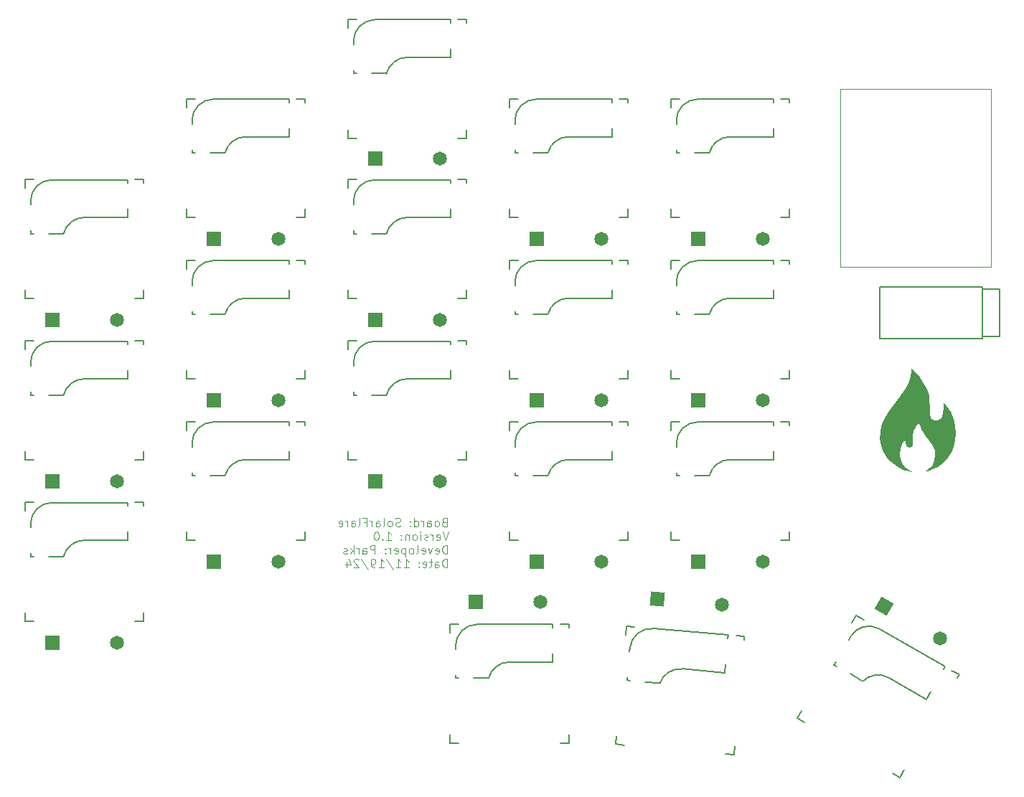
<source format=gbr>
%TF.GenerationSoftware,KiCad,Pcbnew,8.0.6*%
%TF.CreationDate,2024-11-18T16:16:28-05:00*%
%TF.ProjectId,SolarFlarePCB,536f6c61-7246-46c6-9172-655043422e6b,rev?*%
%TF.SameCoordinates,Original*%
%TF.FileFunction,Legend,Bot*%
%TF.FilePolarity,Positive*%
%FSLAX46Y46*%
G04 Gerber Fmt 4.6, Leading zero omitted, Abs format (unit mm)*
G04 Created by KiCad (PCBNEW 8.0.6) date 2024-11-18 16:16:28*
%MOMM*%
%LPD*%
G01*
G04 APERTURE LIST*
G04 Aperture macros list*
%AMRotRect*
0 Rectangle, with rotation*
0 The origin of the aperture is its center*
0 $1 length*
0 $2 width*
0 $3 Rotation angle, in degrees counterclockwise*
0 Add horizontal line*
21,1,$1,$2,0,0,$3*%
G04 Aperture macros list end*
%ADD10C,0.100000*%
%ADD11C,0.150000*%
%ADD12C,0.120000*%
%ADD13C,0.000000*%
%ADD14C,1.651000*%
%ADD15R,1.651000X1.651000*%
%ADD16RotRect,1.651000X1.651000X175.000000*%
%ADD17RotRect,1.651000X1.651000X150.000000*%
G04 APERTURE END LIST*
D10*
X80562782Y-90568777D02*
X80419925Y-90616396D01*
X80419925Y-90616396D02*
X80372306Y-90664015D01*
X80372306Y-90664015D02*
X80324687Y-90759253D01*
X80324687Y-90759253D02*
X80324687Y-90902110D01*
X80324687Y-90902110D02*
X80372306Y-90997348D01*
X80372306Y-90997348D02*
X80419925Y-91044968D01*
X80419925Y-91044968D02*
X80515163Y-91092587D01*
X80515163Y-91092587D02*
X80896115Y-91092587D01*
X80896115Y-91092587D02*
X80896115Y-90092587D01*
X80896115Y-90092587D02*
X80562782Y-90092587D01*
X80562782Y-90092587D02*
X80467544Y-90140206D01*
X80467544Y-90140206D02*
X80419925Y-90187825D01*
X80419925Y-90187825D02*
X80372306Y-90283063D01*
X80372306Y-90283063D02*
X80372306Y-90378301D01*
X80372306Y-90378301D02*
X80419925Y-90473539D01*
X80419925Y-90473539D02*
X80467544Y-90521158D01*
X80467544Y-90521158D02*
X80562782Y-90568777D01*
X80562782Y-90568777D02*
X80896115Y-90568777D01*
X79753258Y-91092587D02*
X79848496Y-91044968D01*
X79848496Y-91044968D02*
X79896115Y-90997348D01*
X79896115Y-90997348D02*
X79943734Y-90902110D01*
X79943734Y-90902110D02*
X79943734Y-90616396D01*
X79943734Y-90616396D02*
X79896115Y-90521158D01*
X79896115Y-90521158D02*
X79848496Y-90473539D01*
X79848496Y-90473539D02*
X79753258Y-90425920D01*
X79753258Y-90425920D02*
X79610401Y-90425920D01*
X79610401Y-90425920D02*
X79515163Y-90473539D01*
X79515163Y-90473539D02*
X79467544Y-90521158D01*
X79467544Y-90521158D02*
X79419925Y-90616396D01*
X79419925Y-90616396D02*
X79419925Y-90902110D01*
X79419925Y-90902110D02*
X79467544Y-90997348D01*
X79467544Y-90997348D02*
X79515163Y-91044968D01*
X79515163Y-91044968D02*
X79610401Y-91092587D01*
X79610401Y-91092587D02*
X79753258Y-91092587D01*
X78562782Y-91092587D02*
X78562782Y-90568777D01*
X78562782Y-90568777D02*
X78610401Y-90473539D01*
X78610401Y-90473539D02*
X78705639Y-90425920D01*
X78705639Y-90425920D02*
X78896115Y-90425920D01*
X78896115Y-90425920D02*
X78991353Y-90473539D01*
X78562782Y-91044968D02*
X78658020Y-91092587D01*
X78658020Y-91092587D02*
X78896115Y-91092587D01*
X78896115Y-91092587D02*
X78991353Y-91044968D01*
X78991353Y-91044968D02*
X79038972Y-90949729D01*
X79038972Y-90949729D02*
X79038972Y-90854491D01*
X79038972Y-90854491D02*
X78991353Y-90759253D01*
X78991353Y-90759253D02*
X78896115Y-90711634D01*
X78896115Y-90711634D02*
X78658020Y-90711634D01*
X78658020Y-90711634D02*
X78562782Y-90664015D01*
X78086591Y-91092587D02*
X78086591Y-90425920D01*
X78086591Y-90616396D02*
X78038972Y-90521158D01*
X78038972Y-90521158D02*
X77991353Y-90473539D01*
X77991353Y-90473539D02*
X77896115Y-90425920D01*
X77896115Y-90425920D02*
X77800877Y-90425920D01*
X77038972Y-91092587D02*
X77038972Y-90092587D01*
X77038972Y-91044968D02*
X77134210Y-91092587D01*
X77134210Y-91092587D02*
X77324686Y-91092587D01*
X77324686Y-91092587D02*
X77419924Y-91044968D01*
X77419924Y-91044968D02*
X77467543Y-90997348D01*
X77467543Y-90997348D02*
X77515162Y-90902110D01*
X77515162Y-90902110D02*
X77515162Y-90616396D01*
X77515162Y-90616396D02*
X77467543Y-90521158D01*
X77467543Y-90521158D02*
X77419924Y-90473539D01*
X77419924Y-90473539D02*
X77324686Y-90425920D01*
X77324686Y-90425920D02*
X77134210Y-90425920D01*
X77134210Y-90425920D02*
X77038972Y-90473539D01*
X76562781Y-90997348D02*
X76515162Y-91044968D01*
X76515162Y-91044968D02*
X76562781Y-91092587D01*
X76562781Y-91092587D02*
X76610400Y-91044968D01*
X76610400Y-91044968D02*
X76562781Y-90997348D01*
X76562781Y-90997348D02*
X76562781Y-91092587D01*
X76562781Y-90473539D02*
X76515162Y-90521158D01*
X76515162Y-90521158D02*
X76562781Y-90568777D01*
X76562781Y-90568777D02*
X76610400Y-90521158D01*
X76610400Y-90521158D02*
X76562781Y-90473539D01*
X76562781Y-90473539D02*
X76562781Y-90568777D01*
X75372305Y-91044968D02*
X75229448Y-91092587D01*
X75229448Y-91092587D02*
X74991353Y-91092587D01*
X74991353Y-91092587D02*
X74896115Y-91044968D01*
X74896115Y-91044968D02*
X74848496Y-90997348D01*
X74848496Y-90997348D02*
X74800877Y-90902110D01*
X74800877Y-90902110D02*
X74800877Y-90806872D01*
X74800877Y-90806872D02*
X74848496Y-90711634D01*
X74848496Y-90711634D02*
X74896115Y-90664015D01*
X74896115Y-90664015D02*
X74991353Y-90616396D01*
X74991353Y-90616396D02*
X75181829Y-90568777D01*
X75181829Y-90568777D02*
X75277067Y-90521158D01*
X75277067Y-90521158D02*
X75324686Y-90473539D01*
X75324686Y-90473539D02*
X75372305Y-90378301D01*
X75372305Y-90378301D02*
X75372305Y-90283063D01*
X75372305Y-90283063D02*
X75324686Y-90187825D01*
X75324686Y-90187825D02*
X75277067Y-90140206D01*
X75277067Y-90140206D02*
X75181829Y-90092587D01*
X75181829Y-90092587D02*
X74943734Y-90092587D01*
X74943734Y-90092587D02*
X74800877Y-90140206D01*
X74229448Y-91092587D02*
X74324686Y-91044968D01*
X74324686Y-91044968D02*
X74372305Y-90997348D01*
X74372305Y-90997348D02*
X74419924Y-90902110D01*
X74419924Y-90902110D02*
X74419924Y-90616396D01*
X74419924Y-90616396D02*
X74372305Y-90521158D01*
X74372305Y-90521158D02*
X74324686Y-90473539D01*
X74324686Y-90473539D02*
X74229448Y-90425920D01*
X74229448Y-90425920D02*
X74086591Y-90425920D01*
X74086591Y-90425920D02*
X73991353Y-90473539D01*
X73991353Y-90473539D02*
X73943734Y-90521158D01*
X73943734Y-90521158D02*
X73896115Y-90616396D01*
X73896115Y-90616396D02*
X73896115Y-90902110D01*
X73896115Y-90902110D02*
X73943734Y-90997348D01*
X73943734Y-90997348D02*
X73991353Y-91044968D01*
X73991353Y-91044968D02*
X74086591Y-91092587D01*
X74086591Y-91092587D02*
X74229448Y-91092587D01*
X73324686Y-91092587D02*
X73419924Y-91044968D01*
X73419924Y-91044968D02*
X73467543Y-90949729D01*
X73467543Y-90949729D02*
X73467543Y-90092587D01*
X72515162Y-91092587D02*
X72515162Y-90568777D01*
X72515162Y-90568777D02*
X72562781Y-90473539D01*
X72562781Y-90473539D02*
X72658019Y-90425920D01*
X72658019Y-90425920D02*
X72848495Y-90425920D01*
X72848495Y-90425920D02*
X72943733Y-90473539D01*
X72515162Y-91044968D02*
X72610400Y-91092587D01*
X72610400Y-91092587D02*
X72848495Y-91092587D01*
X72848495Y-91092587D02*
X72943733Y-91044968D01*
X72943733Y-91044968D02*
X72991352Y-90949729D01*
X72991352Y-90949729D02*
X72991352Y-90854491D01*
X72991352Y-90854491D02*
X72943733Y-90759253D01*
X72943733Y-90759253D02*
X72848495Y-90711634D01*
X72848495Y-90711634D02*
X72610400Y-90711634D01*
X72610400Y-90711634D02*
X72515162Y-90664015D01*
X72038971Y-91092587D02*
X72038971Y-90425920D01*
X72038971Y-90616396D02*
X71991352Y-90521158D01*
X71991352Y-90521158D02*
X71943733Y-90473539D01*
X71943733Y-90473539D02*
X71848495Y-90425920D01*
X71848495Y-90425920D02*
X71753257Y-90425920D01*
X71086590Y-90568777D02*
X71419923Y-90568777D01*
X71419923Y-91092587D02*
X71419923Y-90092587D01*
X71419923Y-90092587D02*
X70943733Y-90092587D01*
X70419923Y-91092587D02*
X70515161Y-91044968D01*
X70515161Y-91044968D02*
X70562780Y-90949729D01*
X70562780Y-90949729D02*
X70562780Y-90092587D01*
X69610399Y-91092587D02*
X69610399Y-90568777D01*
X69610399Y-90568777D02*
X69658018Y-90473539D01*
X69658018Y-90473539D02*
X69753256Y-90425920D01*
X69753256Y-90425920D02*
X69943732Y-90425920D01*
X69943732Y-90425920D02*
X70038970Y-90473539D01*
X69610399Y-91044968D02*
X69705637Y-91092587D01*
X69705637Y-91092587D02*
X69943732Y-91092587D01*
X69943732Y-91092587D02*
X70038970Y-91044968D01*
X70038970Y-91044968D02*
X70086589Y-90949729D01*
X70086589Y-90949729D02*
X70086589Y-90854491D01*
X70086589Y-90854491D02*
X70038970Y-90759253D01*
X70038970Y-90759253D02*
X69943732Y-90711634D01*
X69943732Y-90711634D02*
X69705637Y-90711634D01*
X69705637Y-90711634D02*
X69610399Y-90664015D01*
X69134208Y-91092587D02*
X69134208Y-90425920D01*
X69134208Y-90616396D02*
X69086589Y-90521158D01*
X69086589Y-90521158D02*
X69038970Y-90473539D01*
X69038970Y-90473539D02*
X68943732Y-90425920D01*
X68943732Y-90425920D02*
X68848494Y-90425920D01*
X68134208Y-91044968D02*
X68229446Y-91092587D01*
X68229446Y-91092587D02*
X68419922Y-91092587D01*
X68419922Y-91092587D02*
X68515160Y-91044968D01*
X68515160Y-91044968D02*
X68562779Y-90949729D01*
X68562779Y-90949729D02*
X68562779Y-90568777D01*
X68562779Y-90568777D02*
X68515160Y-90473539D01*
X68515160Y-90473539D02*
X68419922Y-90425920D01*
X68419922Y-90425920D02*
X68229446Y-90425920D01*
X68229446Y-90425920D02*
X68134208Y-90473539D01*
X68134208Y-90473539D02*
X68086589Y-90568777D01*
X68086589Y-90568777D02*
X68086589Y-90664015D01*
X68086589Y-90664015D02*
X68562779Y-90759253D01*
X81038972Y-91702531D02*
X80705639Y-92702531D01*
X80705639Y-92702531D02*
X80372306Y-91702531D01*
X79658020Y-92654912D02*
X79753258Y-92702531D01*
X79753258Y-92702531D02*
X79943734Y-92702531D01*
X79943734Y-92702531D02*
X80038972Y-92654912D01*
X80038972Y-92654912D02*
X80086591Y-92559673D01*
X80086591Y-92559673D02*
X80086591Y-92178721D01*
X80086591Y-92178721D02*
X80038972Y-92083483D01*
X80038972Y-92083483D02*
X79943734Y-92035864D01*
X79943734Y-92035864D02*
X79753258Y-92035864D01*
X79753258Y-92035864D02*
X79658020Y-92083483D01*
X79658020Y-92083483D02*
X79610401Y-92178721D01*
X79610401Y-92178721D02*
X79610401Y-92273959D01*
X79610401Y-92273959D02*
X80086591Y-92369197D01*
X79181829Y-92702531D02*
X79181829Y-92035864D01*
X79181829Y-92226340D02*
X79134210Y-92131102D01*
X79134210Y-92131102D02*
X79086591Y-92083483D01*
X79086591Y-92083483D02*
X78991353Y-92035864D01*
X78991353Y-92035864D02*
X78896115Y-92035864D01*
X78610400Y-92654912D02*
X78515162Y-92702531D01*
X78515162Y-92702531D02*
X78324686Y-92702531D01*
X78324686Y-92702531D02*
X78229448Y-92654912D01*
X78229448Y-92654912D02*
X78181829Y-92559673D01*
X78181829Y-92559673D02*
X78181829Y-92512054D01*
X78181829Y-92512054D02*
X78229448Y-92416816D01*
X78229448Y-92416816D02*
X78324686Y-92369197D01*
X78324686Y-92369197D02*
X78467543Y-92369197D01*
X78467543Y-92369197D02*
X78562781Y-92321578D01*
X78562781Y-92321578D02*
X78610400Y-92226340D01*
X78610400Y-92226340D02*
X78610400Y-92178721D01*
X78610400Y-92178721D02*
X78562781Y-92083483D01*
X78562781Y-92083483D02*
X78467543Y-92035864D01*
X78467543Y-92035864D02*
X78324686Y-92035864D01*
X78324686Y-92035864D02*
X78229448Y-92083483D01*
X77753257Y-92702531D02*
X77753257Y-92035864D01*
X77753257Y-91702531D02*
X77800876Y-91750150D01*
X77800876Y-91750150D02*
X77753257Y-91797769D01*
X77753257Y-91797769D02*
X77705638Y-91750150D01*
X77705638Y-91750150D02*
X77753257Y-91702531D01*
X77753257Y-91702531D02*
X77753257Y-91797769D01*
X77134210Y-92702531D02*
X77229448Y-92654912D01*
X77229448Y-92654912D02*
X77277067Y-92607292D01*
X77277067Y-92607292D02*
X77324686Y-92512054D01*
X77324686Y-92512054D02*
X77324686Y-92226340D01*
X77324686Y-92226340D02*
X77277067Y-92131102D01*
X77277067Y-92131102D02*
X77229448Y-92083483D01*
X77229448Y-92083483D02*
X77134210Y-92035864D01*
X77134210Y-92035864D02*
X76991353Y-92035864D01*
X76991353Y-92035864D02*
X76896115Y-92083483D01*
X76896115Y-92083483D02*
X76848496Y-92131102D01*
X76848496Y-92131102D02*
X76800877Y-92226340D01*
X76800877Y-92226340D02*
X76800877Y-92512054D01*
X76800877Y-92512054D02*
X76848496Y-92607292D01*
X76848496Y-92607292D02*
X76896115Y-92654912D01*
X76896115Y-92654912D02*
X76991353Y-92702531D01*
X76991353Y-92702531D02*
X77134210Y-92702531D01*
X76372305Y-92035864D02*
X76372305Y-92702531D01*
X76372305Y-92131102D02*
X76324686Y-92083483D01*
X76324686Y-92083483D02*
X76229448Y-92035864D01*
X76229448Y-92035864D02*
X76086591Y-92035864D01*
X76086591Y-92035864D02*
X75991353Y-92083483D01*
X75991353Y-92083483D02*
X75943734Y-92178721D01*
X75943734Y-92178721D02*
X75943734Y-92702531D01*
X75467543Y-92607292D02*
X75419924Y-92654912D01*
X75419924Y-92654912D02*
X75467543Y-92702531D01*
X75467543Y-92702531D02*
X75515162Y-92654912D01*
X75515162Y-92654912D02*
X75467543Y-92607292D01*
X75467543Y-92607292D02*
X75467543Y-92702531D01*
X75467543Y-92083483D02*
X75419924Y-92131102D01*
X75419924Y-92131102D02*
X75467543Y-92178721D01*
X75467543Y-92178721D02*
X75515162Y-92131102D01*
X75515162Y-92131102D02*
X75467543Y-92083483D01*
X75467543Y-92083483D02*
X75467543Y-92178721D01*
X73705639Y-92702531D02*
X74277067Y-92702531D01*
X73991353Y-92702531D02*
X73991353Y-91702531D01*
X73991353Y-91702531D02*
X74086591Y-91845388D01*
X74086591Y-91845388D02*
X74181829Y-91940626D01*
X74181829Y-91940626D02*
X74277067Y-91988245D01*
X73277067Y-92607292D02*
X73229448Y-92654912D01*
X73229448Y-92654912D02*
X73277067Y-92702531D01*
X73277067Y-92702531D02*
X73324686Y-92654912D01*
X73324686Y-92654912D02*
X73277067Y-92607292D01*
X73277067Y-92607292D02*
X73277067Y-92702531D01*
X72610401Y-91702531D02*
X72515163Y-91702531D01*
X72515163Y-91702531D02*
X72419925Y-91750150D01*
X72419925Y-91750150D02*
X72372306Y-91797769D01*
X72372306Y-91797769D02*
X72324687Y-91893007D01*
X72324687Y-91893007D02*
X72277068Y-92083483D01*
X72277068Y-92083483D02*
X72277068Y-92321578D01*
X72277068Y-92321578D02*
X72324687Y-92512054D01*
X72324687Y-92512054D02*
X72372306Y-92607292D01*
X72372306Y-92607292D02*
X72419925Y-92654912D01*
X72419925Y-92654912D02*
X72515163Y-92702531D01*
X72515163Y-92702531D02*
X72610401Y-92702531D01*
X72610401Y-92702531D02*
X72705639Y-92654912D01*
X72705639Y-92654912D02*
X72753258Y-92607292D01*
X72753258Y-92607292D02*
X72800877Y-92512054D01*
X72800877Y-92512054D02*
X72848496Y-92321578D01*
X72848496Y-92321578D02*
X72848496Y-92083483D01*
X72848496Y-92083483D02*
X72800877Y-91893007D01*
X72800877Y-91893007D02*
X72753258Y-91797769D01*
X72753258Y-91797769D02*
X72705639Y-91750150D01*
X72705639Y-91750150D02*
X72610401Y-91702531D01*
X80896115Y-94312475D02*
X80896115Y-93312475D01*
X80896115Y-93312475D02*
X80658020Y-93312475D01*
X80658020Y-93312475D02*
X80515163Y-93360094D01*
X80515163Y-93360094D02*
X80419925Y-93455332D01*
X80419925Y-93455332D02*
X80372306Y-93550570D01*
X80372306Y-93550570D02*
X80324687Y-93741046D01*
X80324687Y-93741046D02*
X80324687Y-93883903D01*
X80324687Y-93883903D02*
X80372306Y-94074379D01*
X80372306Y-94074379D02*
X80419925Y-94169617D01*
X80419925Y-94169617D02*
X80515163Y-94264856D01*
X80515163Y-94264856D02*
X80658020Y-94312475D01*
X80658020Y-94312475D02*
X80896115Y-94312475D01*
X79515163Y-94264856D02*
X79610401Y-94312475D01*
X79610401Y-94312475D02*
X79800877Y-94312475D01*
X79800877Y-94312475D02*
X79896115Y-94264856D01*
X79896115Y-94264856D02*
X79943734Y-94169617D01*
X79943734Y-94169617D02*
X79943734Y-93788665D01*
X79943734Y-93788665D02*
X79896115Y-93693427D01*
X79896115Y-93693427D02*
X79800877Y-93645808D01*
X79800877Y-93645808D02*
X79610401Y-93645808D01*
X79610401Y-93645808D02*
X79515163Y-93693427D01*
X79515163Y-93693427D02*
X79467544Y-93788665D01*
X79467544Y-93788665D02*
X79467544Y-93883903D01*
X79467544Y-93883903D02*
X79943734Y-93979141D01*
X79134210Y-93645808D02*
X78896115Y-94312475D01*
X78896115Y-94312475D02*
X78658020Y-93645808D01*
X77896115Y-94264856D02*
X77991353Y-94312475D01*
X77991353Y-94312475D02*
X78181829Y-94312475D01*
X78181829Y-94312475D02*
X78277067Y-94264856D01*
X78277067Y-94264856D02*
X78324686Y-94169617D01*
X78324686Y-94169617D02*
X78324686Y-93788665D01*
X78324686Y-93788665D02*
X78277067Y-93693427D01*
X78277067Y-93693427D02*
X78181829Y-93645808D01*
X78181829Y-93645808D02*
X77991353Y-93645808D01*
X77991353Y-93645808D02*
X77896115Y-93693427D01*
X77896115Y-93693427D02*
X77848496Y-93788665D01*
X77848496Y-93788665D02*
X77848496Y-93883903D01*
X77848496Y-93883903D02*
X78324686Y-93979141D01*
X77277067Y-94312475D02*
X77372305Y-94264856D01*
X77372305Y-94264856D02*
X77419924Y-94169617D01*
X77419924Y-94169617D02*
X77419924Y-93312475D01*
X76753257Y-94312475D02*
X76848495Y-94264856D01*
X76848495Y-94264856D02*
X76896114Y-94217236D01*
X76896114Y-94217236D02*
X76943733Y-94121998D01*
X76943733Y-94121998D02*
X76943733Y-93836284D01*
X76943733Y-93836284D02*
X76896114Y-93741046D01*
X76896114Y-93741046D02*
X76848495Y-93693427D01*
X76848495Y-93693427D02*
X76753257Y-93645808D01*
X76753257Y-93645808D02*
X76610400Y-93645808D01*
X76610400Y-93645808D02*
X76515162Y-93693427D01*
X76515162Y-93693427D02*
X76467543Y-93741046D01*
X76467543Y-93741046D02*
X76419924Y-93836284D01*
X76419924Y-93836284D02*
X76419924Y-94121998D01*
X76419924Y-94121998D02*
X76467543Y-94217236D01*
X76467543Y-94217236D02*
X76515162Y-94264856D01*
X76515162Y-94264856D02*
X76610400Y-94312475D01*
X76610400Y-94312475D02*
X76753257Y-94312475D01*
X75991352Y-93645808D02*
X75991352Y-94645808D01*
X75991352Y-93693427D02*
X75896114Y-93645808D01*
X75896114Y-93645808D02*
X75705638Y-93645808D01*
X75705638Y-93645808D02*
X75610400Y-93693427D01*
X75610400Y-93693427D02*
X75562781Y-93741046D01*
X75562781Y-93741046D02*
X75515162Y-93836284D01*
X75515162Y-93836284D02*
X75515162Y-94121998D01*
X75515162Y-94121998D02*
X75562781Y-94217236D01*
X75562781Y-94217236D02*
X75610400Y-94264856D01*
X75610400Y-94264856D02*
X75705638Y-94312475D01*
X75705638Y-94312475D02*
X75896114Y-94312475D01*
X75896114Y-94312475D02*
X75991352Y-94264856D01*
X74705638Y-94264856D02*
X74800876Y-94312475D01*
X74800876Y-94312475D02*
X74991352Y-94312475D01*
X74991352Y-94312475D02*
X75086590Y-94264856D01*
X75086590Y-94264856D02*
X75134209Y-94169617D01*
X75134209Y-94169617D02*
X75134209Y-93788665D01*
X75134209Y-93788665D02*
X75086590Y-93693427D01*
X75086590Y-93693427D02*
X74991352Y-93645808D01*
X74991352Y-93645808D02*
X74800876Y-93645808D01*
X74800876Y-93645808D02*
X74705638Y-93693427D01*
X74705638Y-93693427D02*
X74658019Y-93788665D01*
X74658019Y-93788665D02*
X74658019Y-93883903D01*
X74658019Y-93883903D02*
X75134209Y-93979141D01*
X74229447Y-94312475D02*
X74229447Y-93645808D01*
X74229447Y-93836284D02*
X74181828Y-93741046D01*
X74181828Y-93741046D02*
X74134209Y-93693427D01*
X74134209Y-93693427D02*
X74038971Y-93645808D01*
X74038971Y-93645808D02*
X73943733Y-93645808D01*
X73610399Y-94217236D02*
X73562780Y-94264856D01*
X73562780Y-94264856D02*
X73610399Y-94312475D01*
X73610399Y-94312475D02*
X73658018Y-94264856D01*
X73658018Y-94264856D02*
X73610399Y-94217236D01*
X73610399Y-94217236D02*
X73610399Y-94312475D01*
X73610399Y-93693427D02*
X73562780Y-93741046D01*
X73562780Y-93741046D02*
X73610399Y-93788665D01*
X73610399Y-93788665D02*
X73658018Y-93741046D01*
X73658018Y-93741046D02*
X73610399Y-93693427D01*
X73610399Y-93693427D02*
X73610399Y-93788665D01*
X72372304Y-94312475D02*
X72372304Y-93312475D01*
X72372304Y-93312475D02*
X71991352Y-93312475D01*
X71991352Y-93312475D02*
X71896114Y-93360094D01*
X71896114Y-93360094D02*
X71848495Y-93407713D01*
X71848495Y-93407713D02*
X71800876Y-93502951D01*
X71800876Y-93502951D02*
X71800876Y-93645808D01*
X71800876Y-93645808D02*
X71848495Y-93741046D01*
X71848495Y-93741046D02*
X71896114Y-93788665D01*
X71896114Y-93788665D02*
X71991352Y-93836284D01*
X71991352Y-93836284D02*
X72372304Y-93836284D01*
X70943733Y-94312475D02*
X70943733Y-93788665D01*
X70943733Y-93788665D02*
X70991352Y-93693427D01*
X70991352Y-93693427D02*
X71086590Y-93645808D01*
X71086590Y-93645808D02*
X71277066Y-93645808D01*
X71277066Y-93645808D02*
X71372304Y-93693427D01*
X70943733Y-94264856D02*
X71038971Y-94312475D01*
X71038971Y-94312475D02*
X71277066Y-94312475D01*
X71277066Y-94312475D02*
X71372304Y-94264856D01*
X71372304Y-94264856D02*
X71419923Y-94169617D01*
X71419923Y-94169617D02*
X71419923Y-94074379D01*
X71419923Y-94074379D02*
X71372304Y-93979141D01*
X71372304Y-93979141D02*
X71277066Y-93931522D01*
X71277066Y-93931522D02*
X71038971Y-93931522D01*
X71038971Y-93931522D02*
X70943733Y-93883903D01*
X70467542Y-94312475D02*
X70467542Y-93645808D01*
X70467542Y-93836284D02*
X70419923Y-93741046D01*
X70419923Y-93741046D02*
X70372304Y-93693427D01*
X70372304Y-93693427D02*
X70277066Y-93645808D01*
X70277066Y-93645808D02*
X70181828Y-93645808D01*
X69848494Y-94312475D02*
X69848494Y-93312475D01*
X69753256Y-93931522D02*
X69467542Y-94312475D01*
X69467542Y-93645808D02*
X69848494Y-94026760D01*
X69086589Y-94264856D02*
X68991351Y-94312475D01*
X68991351Y-94312475D02*
X68800875Y-94312475D01*
X68800875Y-94312475D02*
X68705637Y-94264856D01*
X68705637Y-94264856D02*
X68658018Y-94169617D01*
X68658018Y-94169617D02*
X68658018Y-94121998D01*
X68658018Y-94121998D02*
X68705637Y-94026760D01*
X68705637Y-94026760D02*
X68800875Y-93979141D01*
X68800875Y-93979141D02*
X68943732Y-93979141D01*
X68943732Y-93979141D02*
X69038970Y-93931522D01*
X69038970Y-93931522D02*
X69086589Y-93836284D01*
X69086589Y-93836284D02*
X69086589Y-93788665D01*
X69086589Y-93788665D02*
X69038970Y-93693427D01*
X69038970Y-93693427D02*
X68943732Y-93645808D01*
X68943732Y-93645808D02*
X68800875Y-93645808D01*
X68800875Y-93645808D02*
X68705637Y-93693427D01*
X80896115Y-95922419D02*
X80896115Y-94922419D01*
X80896115Y-94922419D02*
X80658020Y-94922419D01*
X80658020Y-94922419D02*
X80515163Y-94970038D01*
X80515163Y-94970038D02*
X80419925Y-95065276D01*
X80419925Y-95065276D02*
X80372306Y-95160514D01*
X80372306Y-95160514D02*
X80324687Y-95350990D01*
X80324687Y-95350990D02*
X80324687Y-95493847D01*
X80324687Y-95493847D02*
X80372306Y-95684323D01*
X80372306Y-95684323D02*
X80419925Y-95779561D01*
X80419925Y-95779561D02*
X80515163Y-95874800D01*
X80515163Y-95874800D02*
X80658020Y-95922419D01*
X80658020Y-95922419D02*
X80896115Y-95922419D01*
X79467544Y-95922419D02*
X79467544Y-95398609D01*
X79467544Y-95398609D02*
X79515163Y-95303371D01*
X79515163Y-95303371D02*
X79610401Y-95255752D01*
X79610401Y-95255752D02*
X79800877Y-95255752D01*
X79800877Y-95255752D02*
X79896115Y-95303371D01*
X79467544Y-95874800D02*
X79562782Y-95922419D01*
X79562782Y-95922419D02*
X79800877Y-95922419D01*
X79800877Y-95922419D02*
X79896115Y-95874800D01*
X79896115Y-95874800D02*
X79943734Y-95779561D01*
X79943734Y-95779561D02*
X79943734Y-95684323D01*
X79943734Y-95684323D02*
X79896115Y-95589085D01*
X79896115Y-95589085D02*
X79800877Y-95541466D01*
X79800877Y-95541466D02*
X79562782Y-95541466D01*
X79562782Y-95541466D02*
X79467544Y-95493847D01*
X79134210Y-95255752D02*
X78753258Y-95255752D01*
X78991353Y-94922419D02*
X78991353Y-95779561D01*
X78991353Y-95779561D02*
X78943734Y-95874800D01*
X78943734Y-95874800D02*
X78848496Y-95922419D01*
X78848496Y-95922419D02*
X78753258Y-95922419D01*
X78038972Y-95874800D02*
X78134210Y-95922419D01*
X78134210Y-95922419D02*
X78324686Y-95922419D01*
X78324686Y-95922419D02*
X78419924Y-95874800D01*
X78419924Y-95874800D02*
X78467543Y-95779561D01*
X78467543Y-95779561D02*
X78467543Y-95398609D01*
X78467543Y-95398609D02*
X78419924Y-95303371D01*
X78419924Y-95303371D02*
X78324686Y-95255752D01*
X78324686Y-95255752D02*
X78134210Y-95255752D01*
X78134210Y-95255752D02*
X78038972Y-95303371D01*
X78038972Y-95303371D02*
X77991353Y-95398609D01*
X77991353Y-95398609D02*
X77991353Y-95493847D01*
X77991353Y-95493847D02*
X78467543Y-95589085D01*
X77562781Y-95827180D02*
X77515162Y-95874800D01*
X77515162Y-95874800D02*
X77562781Y-95922419D01*
X77562781Y-95922419D02*
X77610400Y-95874800D01*
X77610400Y-95874800D02*
X77562781Y-95827180D01*
X77562781Y-95827180D02*
X77562781Y-95922419D01*
X77562781Y-95303371D02*
X77515162Y-95350990D01*
X77515162Y-95350990D02*
X77562781Y-95398609D01*
X77562781Y-95398609D02*
X77610400Y-95350990D01*
X77610400Y-95350990D02*
X77562781Y-95303371D01*
X77562781Y-95303371D02*
X77562781Y-95398609D01*
X75800877Y-95922419D02*
X76372305Y-95922419D01*
X76086591Y-95922419D02*
X76086591Y-94922419D01*
X76086591Y-94922419D02*
X76181829Y-95065276D01*
X76181829Y-95065276D02*
X76277067Y-95160514D01*
X76277067Y-95160514D02*
X76372305Y-95208133D01*
X74848496Y-95922419D02*
X75419924Y-95922419D01*
X75134210Y-95922419D02*
X75134210Y-94922419D01*
X75134210Y-94922419D02*
X75229448Y-95065276D01*
X75229448Y-95065276D02*
X75324686Y-95160514D01*
X75324686Y-95160514D02*
X75419924Y-95208133D01*
X73705639Y-94874800D02*
X74562781Y-96160514D01*
X72848496Y-95922419D02*
X73419924Y-95922419D01*
X73134210Y-95922419D02*
X73134210Y-94922419D01*
X73134210Y-94922419D02*
X73229448Y-95065276D01*
X73229448Y-95065276D02*
X73324686Y-95160514D01*
X73324686Y-95160514D02*
X73419924Y-95208133D01*
X72372305Y-95922419D02*
X72181829Y-95922419D01*
X72181829Y-95922419D02*
X72086591Y-95874800D01*
X72086591Y-95874800D02*
X72038972Y-95827180D01*
X72038972Y-95827180D02*
X71943734Y-95684323D01*
X71943734Y-95684323D02*
X71896115Y-95493847D01*
X71896115Y-95493847D02*
X71896115Y-95112895D01*
X71896115Y-95112895D02*
X71943734Y-95017657D01*
X71943734Y-95017657D02*
X71991353Y-94970038D01*
X71991353Y-94970038D02*
X72086591Y-94922419D01*
X72086591Y-94922419D02*
X72277067Y-94922419D01*
X72277067Y-94922419D02*
X72372305Y-94970038D01*
X72372305Y-94970038D02*
X72419924Y-95017657D01*
X72419924Y-95017657D02*
X72467543Y-95112895D01*
X72467543Y-95112895D02*
X72467543Y-95350990D01*
X72467543Y-95350990D02*
X72419924Y-95446228D01*
X72419924Y-95446228D02*
X72372305Y-95493847D01*
X72372305Y-95493847D02*
X72277067Y-95541466D01*
X72277067Y-95541466D02*
X72086591Y-95541466D01*
X72086591Y-95541466D02*
X71991353Y-95493847D01*
X71991353Y-95493847D02*
X71943734Y-95446228D01*
X71943734Y-95446228D02*
X71896115Y-95350990D01*
X70753258Y-94874800D02*
X71610400Y-96160514D01*
X70467543Y-95017657D02*
X70419924Y-94970038D01*
X70419924Y-94970038D02*
X70324686Y-94922419D01*
X70324686Y-94922419D02*
X70086591Y-94922419D01*
X70086591Y-94922419D02*
X69991353Y-94970038D01*
X69991353Y-94970038D02*
X69943734Y-95017657D01*
X69943734Y-95017657D02*
X69896115Y-95112895D01*
X69896115Y-95112895D02*
X69896115Y-95208133D01*
X69896115Y-95208133D02*
X69943734Y-95350990D01*
X69943734Y-95350990D02*
X70515162Y-95922419D01*
X70515162Y-95922419D02*
X69896115Y-95922419D01*
X69038972Y-95255752D02*
X69038972Y-95922419D01*
X69277067Y-94874800D02*
X69515162Y-95589085D01*
X69515162Y-95589085D02*
X68896115Y-95589085D01*
D11*
%TO.C,MX3*%
X31100000Y-88250000D02*
X32100000Y-88250000D01*
X31100000Y-89250000D02*
X31100000Y-88250000D01*
X31100000Y-102250000D02*
X31100000Y-101250000D01*
X31750000Y-90805000D02*
X31750000Y-91186000D01*
X31750000Y-94234000D02*
X31750000Y-94615000D01*
X31750000Y-94615000D02*
X32131000Y-94615000D01*
X32100000Y-102250000D02*
X31100000Y-102250000D01*
X33909000Y-94615000D02*
X35560000Y-94615000D01*
X38100000Y-92710000D02*
X43180000Y-92710000D01*
X43180000Y-88265000D02*
X34290000Y-88265000D01*
X43180000Y-88646000D02*
X43180000Y-88265000D01*
X43180000Y-92710000D02*
X43180000Y-91694000D01*
X44100000Y-88250000D02*
X45100000Y-88250000D01*
X45100000Y-88250000D02*
X45100000Y-88646000D01*
X45100000Y-101250000D02*
X45100000Y-102250000D01*
X45100000Y-102250000D02*
X44100000Y-102250000D01*
X31750000Y-90805000D02*
G75*
G02*
X34290000Y-88265000I2540001J-1D01*
G01*
X35638732Y-94622497D02*
G75*
G02*
X38100000Y-92710000I2461268J-627503D01*
G01*
%TO.C,MX7*%
X69200000Y-31258750D02*
X70200000Y-31258750D01*
X69200000Y-32258750D02*
X69200000Y-31258750D01*
X69200000Y-45258750D02*
X69200000Y-44258750D01*
X69850000Y-33813750D02*
X69850000Y-34194750D01*
X69850000Y-37242750D02*
X69850000Y-37623750D01*
X69850000Y-37623750D02*
X70231000Y-37623750D01*
X70200000Y-45258750D02*
X69200000Y-45258750D01*
X72009000Y-37623750D02*
X73660000Y-37623750D01*
X76200000Y-35718750D02*
X81280000Y-35718750D01*
X81280000Y-31273750D02*
X72390000Y-31273750D01*
X81280000Y-31654750D02*
X81280000Y-31273750D01*
X81280000Y-35718750D02*
X81280000Y-34702750D01*
X82200000Y-31258750D02*
X83200000Y-31258750D01*
X83200000Y-31258750D02*
X83200000Y-31654750D01*
X83200000Y-44258750D02*
X83200000Y-45258750D01*
X83200000Y-45258750D02*
X82200000Y-45258750D01*
X69850000Y-33813750D02*
G75*
G02*
X72390000Y-31273750I2540001J-1D01*
G01*
X73738732Y-37631247D02*
G75*
G02*
X76200000Y-35718750I2461268J-627503D01*
G01*
%TO.C,MX18*%
X122187822Y-113697178D02*
X122687822Y-112831152D01*
X123053848Y-114197178D02*
X122187822Y-113697178D01*
X126568239Y-107410074D02*
X126898194Y-107600574D01*
X126758739Y-107080118D02*
X126568239Y-107410074D01*
X128437988Y-108489574D02*
X129867795Y-109315074D01*
X128473239Y-104110517D02*
X128282739Y-104440473D01*
X128687822Y-102438848D02*
X129187822Y-101572822D01*
X129187822Y-101572822D02*
X130053848Y-102072822D01*
X133020000Y-108935295D02*
X137419409Y-111475295D01*
X134312178Y-120697178D02*
X133446152Y-120197178D01*
X134812178Y-119831152D02*
X134312178Y-120697178D01*
X137419409Y-111475295D02*
X137927409Y-110595414D01*
X139451409Y-107955768D02*
X139641909Y-107625813D01*
X139641909Y-107625813D02*
X131942943Y-103180813D01*
X140446152Y-108072822D02*
X141312178Y-108572822D01*
X141312178Y-108572822D02*
X141114178Y-108915768D01*
X128473239Y-104110517D02*
G75*
G02*
X131942943Y-103180812I2199705J-1270001D01*
G01*
X129932231Y-109360932D02*
G75*
G02*
X133020000Y-108935296I1817768J-1774064D01*
G01*
%TO.C,MX13*%
X88250000Y-78725000D02*
X89250000Y-78725000D01*
X88250000Y-79725000D02*
X88250000Y-78725000D01*
X88250000Y-92725000D02*
X88250000Y-91725000D01*
X88900000Y-81280000D02*
X88900000Y-81661000D01*
X88900000Y-84709000D02*
X88900000Y-85090000D01*
X88900000Y-85090000D02*
X89281000Y-85090000D01*
X89250000Y-92725000D02*
X88250000Y-92725000D01*
X91059000Y-85090000D02*
X92710000Y-85090000D01*
X95250000Y-83185000D02*
X100330000Y-83185000D01*
X100330000Y-78740000D02*
X91440000Y-78740000D01*
X100330000Y-79121000D02*
X100330000Y-78740000D01*
X100330000Y-83185000D02*
X100330000Y-82169000D01*
X101250000Y-78725000D02*
X102250000Y-78725000D01*
X102250000Y-78725000D02*
X102250000Y-79121000D01*
X102250000Y-91725000D02*
X102250000Y-92725000D01*
X102250000Y-92725000D02*
X101250000Y-92725000D01*
X88900000Y-81280000D02*
G75*
G02*
X91440000Y-78740000I2540001J-1D01*
G01*
X92788732Y-85097497D02*
G75*
G02*
X95250000Y-83185000I2461268J-627503D01*
G01*
%TO.C,MX9*%
X69200000Y-69200000D02*
X70200000Y-69200000D01*
X69200000Y-70200000D02*
X69200000Y-69200000D01*
X69200000Y-83200000D02*
X69200000Y-82200000D01*
X69850000Y-71755000D02*
X69850000Y-72136000D01*
X69850000Y-75184000D02*
X69850000Y-75565000D01*
X69850000Y-75565000D02*
X70231000Y-75565000D01*
X70200000Y-83200000D02*
X69200000Y-83200000D01*
X72009000Y-75565000D02*
X73660000Y-75565000D01*
X76200000Y-73660000D02*
X81280000Y-73660000D01*
X81280000Y-69215000D02*
X72390000Y-69215000D01*
X81280000Y-69596000D02*
X81280000Y-69215000D01*
X81280000Y-73660000D02*
X81280000Y-72644000D01*
X82200000Y-69200000D02*
X83200000Y-69200000D01*
X83200000Y-69200000D02*
X83200000Y-69596000D01*
X83200000Y-82200000D02*
X83200000Y-83200000D01*
X83200000Y-83200000D02*
X82200000Y-83200000D01*
X69850000Y-71755000D02*
G75*
G02*
X72390000Y-69215000I2540001J-1D01*
G01*
X73738732Y-75572497D02*
G75*
G02*
X76200000Y-73660000I2461268J-627503D01*
G01*
%TO.C,MX2*%
X31100000Y-69200000D02*
X32100000Y-69200000D01*
X31100000Y-70200000D02*
X31100000Y-69200000D01*
X31100000Y-83200000D02*
X31100000Y-82200000D01*
X31750000Y-71755000D02*
X31750000Y-72136000D01*
X31750000Y-75184000D02*
X31750000Y-75565000D01*
X31750000Y-75565000D02*
X32131000Y-75565000D01*
X32100000Y-83200000D02*
X31100000Y-83200000D01*
X33909000Y-75565000D02*
X35560000Y-75565000D01*
X38100000Y-73660000D02*
X43180000Y-73660000D01*
X43180000Y-69215000D02*
X34290000Y-69215000D01*
X43180000Y-69596000D02*
X43180000Y-69215000D01*
X43180000Y-73660000D02*
X43180000Y-72644000D01*
X44100000Y-69200000D02*
X45100000Y-69200000D01*
X45100000Y-69200000D02*
X45100000Y-69596000D01*
X45100000Y-82200000D02*
X45100000Y-83200000D01*
X45100000Y-83200000D02*
X44100000Y-83200000D01*
X31750000Y-71755000D02*
G75*
G02*
X34290000Y-69215000I2540001J-1D01*
G01*
X35638732Y-75572497D02*
G75*
G02*
X38100000Y-73660000I2461268J-627503D01*
G01*
%TO.C,MX8*%
X69200000Y-50150000D02*
X70200000Y-50150000D01*
X69200000Y-51150000D02*
X69200000Y-50150000D01*
X69200000Y-64150000D02*
X69200000Y-63150000D01*
X69850000Y-52705000D02*
X69850000Y-53086000D01*
X69850000Y-56134000D02*
X69850000Y-56515000D01*
X69850000Y-56515000D02*
X70231000Y-56515000D01*
X70200000Y-64150000D02*
X69200000Y-64150000D01*
X72009000Y-56515000D02*
X73660000Y-56515000D01*
X76200000Y-54610000D02*
X81280000Y-54610000D01*
X81280000Y-50165000D02*
X72390000Y-50165000D01*
X81280000Y-50546000D02*
X81280000Y-50165000D01*
X81280000Y-54610000D02*
X81280000Y-53594000D01*
X82200000Y-50150000D02*
X83200000Y-50150000D01*
X83200000Y-50150000D02*
X83200000Y-50546000D01*
X83200000Y-63150000D02*
X83200000Y-64150000D01*
X83200000Y-64150000D02*
X82200000Y-64150000D01*
X69850000Y-52705000D02*
G75*
G02*
X72390000Y-50165000I2540001J-1D01*
G01*
X73738732Y-56522497D02*
G75*
G02*
X76200000Y-54610000I2461268J-627503D01*
G01*
%TO.C,MX17*%
X107300000Y-78725000D02*
X108300000Y-78725000D01*
X107300000Y-79725000D02*
X107300000Y-78725000D01*
X107300000Y-92725000D02*
X107300000Y-91725000D01*
X107950000Y-81280000D02*
X107950000Y-81661000D01*
X107950000Y-84709000D02*
X107950000Y-85090000D01*
X107950000Y-85090000D02*
X108331000Y-85090000D01*
X108300000Y-92725000D02*
X107300000Y-92725000D01*
X110109000Y-85090000D02*
X111760000Y-85090000D01*
X114300000Y-83185000D02*
X119380000Y-83185000D01*
X119380000Y-78740000D02*
X110490000Y-78740000D01*
X119380000Y-79121000D02*
X119380000Y-78740000D01*
X119380000Y-83185000D02*
X119380000Y-82169000D01*
X120300000Y-78725000D02*
X121300000Y-78725000D01*
X121300000Y-78725000D02*
X121300000Y-79121000D01*
X121300000Y-91725000D02*
X121300000Y-92725000D01*
X121300000Y-92725000D02*
X120300000Y-92725000D01*
X107950000Y-81280000D02*
G75*
G02*
X110490000Y-78740000I2540001J-1D01*
G01*
X111838732Y-85097497D02*
G75*
G02*
X114300000Y-83185000I2461268J-627503D01*
G01*
%TO.C,MX16*%
X107300000Y-59675000D02*
X108300000Y-59675000D01*
X107300000Y-60675000D02*
X107300000Y-59675000D01*
X107300000Y-73675000D02*
X107300000Y-72675000D01*
X107950000Y-62230000D02*
X107950000Y-62611000D01*
X107950000Y-65659000D02*
X107950000Y-66040000D01*
X107950000Y-66040000D02*
X108331000Y-66040000D01*
X108300000Y-73675000D02*
X107300000Y-73675000D01*
X110109000Y-66040000D02*
X111760000Y-66040000D01*
X114300000Y-64135000D02*
X119380000Y-64135000D01*
X119380000Y-59690000D02*
X110490000Y-59690000D01*
X119380000Y-60071000D02*
X119380000Y-59690000D01*
X119380000Y-64135000D02*
X119380000Y-63119000D01*
X120300000Y-59675000D02*
X121300000Y-59675000D01*
X121300000Y-59675000D02*
X121300000Y-60071000D01*
X121300000Y-72675000D02*
X121300000Y-73675000D01*
X121300000Y-73675000D02*
X120300000Y-73675000D01*
X107950000Y-62230000D02*
G75*
G02*
X110490000Y-59690000I2540001J-1D01*
G01*
X111838732Y-66047497D02*
G75*
G02*
X114300000Y-64135000I2461268J-627503D01*
G01*
%TO.C,MX5*%
X50150000Y-59675000D02*
X51150000Y-59675000D01*
X50150000Y-60675000D02*
X50150000Y-59675000D01*
X50150000Y-73675000D02*
X50150000Y-72675000D01*
X50800000Y-62230000D02*
X50800000Y-62611000D01*
X50800000Y-65659000D02*
X50800000Y-66040000D01*
X50800000Y-66040000D02*
X51181000Y-66040000D01*
X51150000Y-73675000D02*
X50150000Y-73675000D01*
X52959000Y-66040000D02*
X54610000Y-66040000D01*
X57150000Y-64135000D02*
X62230000Y-64135000D01*
X62230000Y-59690000D02*
X53340000Y-59690000D01*
X62230000Y-60071000D02*
X62230000Y-59690000D01*
X62230000Y-64135000D02*
X62230000Y-63119000D01*
X63150000Y-59675000D02*
X64150000Y-59675000D01*
X64150000Y-59675000D02*
X64150000Y-60071000D01*
X64150000Y-72675000D02*
X64150000Y-73675000D01*
X64150000Y-73675000D02*
X63150000Y-73675000D01*
X50800000Y-62230000D02*
G75*
G02*
X53340000Y-59690000I2540001J-1D01*
G01*
X54688732Y-66047497D02*
G75*
G02*
X57150000Y-64135000I2461268J-627503D01*
G01*
%TO.C,MX10*%
X81250000Y-102625000D02*
X82250000Y-102625000D01*
X81250000Y-103625000D02*
X81250000Y-102625000D01*
X81250000Y-116625000D02*
X81250000Y-115625000D01*
X81900000Y-105180000D02*
X81900000Y-105561000D01*
X81900000Y-108609000D02*
X81900000Y-108990000D01*
X81900000Y-108990000D02*
X82281000Y-108990000D01*
X82250000Y-116625000D02*
X81250000Y-116625000D01*
X84059000Y-108990000D02*
X85710000Y-108990000D01*
X88250000Y-107085000D02*
X93330000Y-107085000D01*
X93330000Y-102640000D02*
X84440000Y-102640000D01*
X93330000Y-103021000D02*
X93330000Y-102640000D01*
X93330000Y-107085000D02*
X93330000Y-106069000D01*
X94250000Y-102625000D02*
X95250000Y-102625000D01*
X95250000Y-102625000D02*
X95250000Y-103021000D01*
X95250000Y-115625000D02*
X95250000Y-116625000D01*
X95250000Y-116625000D02*
X94250000Y-116625000D01*
X81900000Y-105180000D02*
G75*
G02*
X84440000Y-102640000I2540001J-1D01*
G01*
X85788732Y-108997497D02*
G75*
G02*
X88250000Y-107085000I2461268J-627503D01*
G01*
%TO.C,MX15*%
X107300000Y-40625000D02*
X108300000Y-40625000D01*
X107300000Y-41625000D02*
X107300000Y-40625000D01*
X107300000Y-54625000D02*
X107300000Y-53625000D01*
X107950000Y-43180000D02*
X107950000Y-43561000D01*
X107950000Y-46609000D02*
X107950000Y-46990000D01*
X107950000Y-46990000D02*
X108331000Y-46990000D01*
X108300000Y-54625000D02*
X107300000Y-54625000D01*
X110109000Y-46990000D02*
X111760000Y-46990000D01*
X114300000Y-45085000D02*
X119380000Y-45085000D01*
X119380000Y-40640000D02*
X110490000Y-40640000D01*
X119380000Y-41021000D02*
X119380000Y-40640000D01*
X119380000Y-45085000D02*
X119380000Y-44069000D01*
X120300000Y-40625000D02*
X121300000Y-40625000D01*
X121300000Y-40625000D02*
X121300000Y-41021000D01*
X121300000Y-53625000D02*
X121300000Y-54625000D01*
X121300000Y-54625000D02*
X120300000Y-54625000D01*
X107950000Y-43180000D02*
G75*
G02*
X110490000Y-40640000I2540001J-1D01*
G01*
X111838732Y-46997497D02*
G75*
G02*
X114300000Y-45085000I2461268J-627503D01*
G01*
%TO.C,MX11*%
X88250000Y-40625000D02*
X89250000Y-40625000D01*
X88250000Y-41625000D02*
X88250000Y-40625000D01*
X88250000Y-54625000D02*
X88250000Y-53625000D01*
X88900000Y-43180000D02*
X88900000Y-43561000D01*
X88900000Y-46609000D02*
X88900000Y-46990000D01*
X88900000Y-46990000D02*
X89281000Y-46990000D01*
X89250000Y-54625000D02*
X88250000Y-54625000D01*
X91059000Y-46990000D02*
X92710000Y-46990000D01*
X95250000Y-45085000D02*
X100330000Y-45085000D01*
X100330000Y-40640000D02*
X91440000Y-40640000D01*
X100330000Y-41021000D02*
X100330000Y-40640000D01*
X100330000Y-45085000D02*
X100330000Y-44069000D01*
X101250000Y-40625000D02*
X102250000Y-40625000D01*
X102250000Y-40625000D02*
X102250000Y-41021000D01*
X102250000Y-53625000D02*
X102250000Y-54625000D01*
X102250000Y-54625000D02*
X101250000Y-54625000D01*
X88900000Y-43180000D02*
G75*
G02*
X91440000Y-40640000I2540001J-1D01*
G01*
X92788732Y-46997497D02*
G75*
G02*
X95250000Y-45085000I2461268J-627503D01*
G01*
%TO.C,MX1*%
X31100000Y-50150000D02*
X32100000Y-50150000D01*
X31100000Y-51150000D02*
X31100000Y-50150000D01*
X31100000Y-64150000D02*
X31100000Y-63150000D01*
X31750000Y-52705000D02*
X31750000Y-53086000D01*
X31750000Y-56134000D02*
X31750000Y-56515000D01*
X31750000Y-56515000D02*
X32131000Y-56515000D01*
X32100000Y-64150000D02*
X31100000Y-64150000D01*
X33909000Y-56515000D02*
X35560000Y-56515000D01*
X38100000Y-54610000D02*
X43180000Y-54610000D01*
X43180000Y-50165000D02*
X34290000Y-50165000D01*
X43180000Y-50546000D02*
X43180000Y-50165000D01*
X43180000Y-54610000D02*
X43180000Y-53594000D01*
X44100000Y-50150000D02*
X45100000Y-50150000D01*
X45100000Y-50150000D02*
X45100000Y-50546000D01*
X45100000Y-63150000D02*
X45100000Y-64150000D01*
X45100000Y-64150000D02*
X44100000Y-64150000D01*
X31750000Y-52705000D02*
G75*
G02*
X34290000Y-50165000I2540001J-1D01*
G01*
X35638732Y-56522497D02*
G75*
G02*
X38100000Y-54610000I2461268J-627503D01*
G01*
%TO.C,MX4*%
X50150000Y-40625000D02*
X51150000Y-40625000D01*
X50150000Y-41625000D02*
X50150000Y-40625000D01*
X50150000Y-54625000D02*
X50150000Y-53625000D01*
X50800000Y-43180000D02*
X50800000Y-43561000D01*
X50800000Y-46609000D02*
X50800000Y-46990000D01*
X50800000Y-46990000D02*
X51181000Y-46990000D01*
X51150000Y-54625000D02*
X50150000Y-54625000D01*
X52959000Y-46990000D02*
X54610000Y-46990000D01*
X57150000Y-45085000D02*
X62230000Y-45085000D01*
X62230000Y-40640000D02*
X53340000Y-40640000D01*
X62230000Y-41021000D02*
X62230000Y-40640000D01*
X62230000Y-45085000D02*
X62230000Y-44069000D01*
X63150000Y-40625000D02*
X64150000Y-40625000D01*
X64150000Y-40625000D02*
X64150000Y-41021000D01*
X64150000Y-53625000D02*
X64150000Y-54625000D01*
X64150000Y-54625000D02*
X63150000Y-54625000D01*
X50800000Y-43180000D02*
G75*
G02*
X53340000Y-40640000I2540001J-1D01*
G01*
X54688732Y-46997497D02*
G75*
G02*
X57150000Y-45085000I2461268J-627503D01*
G01*
%TO.C,MX14*%
X100816547Y-116788273D02*
X100903703Y-115792078D01*
X101812742Y-116875428D02*
X100816547Y-116788273D01*
X101949572Y-103837742D02*
X102036727Y-102841547D01*
X102036727Y-102841547D02*
X103032922Y-102928703D01*
X102129508Y-109238977D02*
X102509058Y-109272184D01*
X102162714Y-108859427D02*
X102129508Y-109238977D01*
X102461571Y-105443476D02*
X102428365Y-105823026D01*
X104280292Y-109427147D02*
X105925009Y-109571041D01*
X108621376Y-107894664D02*
X113682045Y-108337417D01*
X113682045Y-108337417D02*
X113770595Y-107325283D01*
X114036246Y-104288881D02*
X114069452Y-103909331D01*
X114069452Y-103909331D02*
X105213281Y-103134517D01*
X114763273Y-118008453D02*
X113767078Y-117921297D01*
X114850428Y-117012258D02*
X114763273Y-118008453D01*
X114987258Y-103974572D02*
X115983453Y-104061727D01*
X115983453Y-104061727D02*
X115948939Y-104456220D01*
X102461571Y-105443476D02*
G75*
G02*
X105213281Y-103134517I2530335J-221376D01*
G01*
X106002788Y-109585371D02*
G75*
G02*
X108621376Y-107894665I2397211J-839627D01*
G01*
%TO.C,MX6*%
X50150000Y-78725000D02*
X51150000Y-78725000D01*
X50150000Y-79725000D02*
X50150000Y-78725000D01*
X50150000Y-92725000D02*
X50150000Y-91725000D01*
X50800000Y-81280000D02*
X50800000Y-81661000D01*
X50800000Y-84709000D02*
X50800000Y-85090000D01*
X50800000Y-85090000D02*
X51181000Y-85090000D01*
X51150000Y-92725000D02*
X50150000Y-92725000D01*
X52959000Y-85090000D02*
X54610000Y-85090000D01*
X57150000Y-83185000D02*
X62230000Y-83185000D01*
X62230000Y-78740000D02*
X53340000Y-78740000D01*
X62230000Y-79121000D02*
X62230000Y-78740000D01*
X62230000Y-83185000D02*
X62230000Y-82169000D01*
X63150000Y-78725000D02*
X64150000Y-78725000D01*
X64150000Y-78725000D02*
X64150000Y-79121000D01*
X64150000Y-91725000D02*
X64150000Y-92725000D01*
X64150000Y-92725000D02*
X63150000Y-92725000D01*
X50800000Y-81280000D02*
G75*
G02*
X53340000Y-78740000I2540001J-1D01*
G01*
X54688732Y-85097497D02*
G75*
G02*
X57150000Y-83185000I2461268J-627503D01*
G01*
%TO.C,MX12*%
X88250000Y-59675000D02*
X89250000Y-59675000D01*
X88250000Y-60675000D02*
X88250000Y-59675000D01*
X88250000Y-73675000D02*
X88250000Y-72675000D01*
X88900000Y-62230000D02*
X88900000Y-62611000D01*
X88900000Y-65659000D02*
X88900000Y-66040000D01*
X88900000Y-66040000D02*
X89281000Y-66040000D01*
X89250000Y-73675000D02*
X88250000Y-73675000D01*
X91059000Y-66040000D02*
X92710000Y-66040000D01*
X95250000Y-64135000D02*
X100330000Y-64135000D01*
X100330000Y-59690000D02*
X91440000Y-59690000D01*
X100330000Y-60071000D02*
X100330000Y-59690000D01*
X100330000Y-64135000D02*
X100330000Y-63119000D01*
X101250000Y-59675000D02*
X102250000Y-59675000D01*
X102250000Y-59675000D02*
X102250000Y-60071000D01*
X102250000Y-72675000D02*
X102250000Y-73675000D01*
X102250000Y-73675000D02*
X101250000Y-73675000D01*
X88900000Y-62230000D02*
G75*
G02*
X91440000Y-59690000I2540001J-1D01*
G01*
X92788732Y-66047497D02*
G75*
G02*
X95250000Y-64135000I2461268J-627503D01*
G01*
%TO.C,U2*%
X131950000Y-62800000D02*
X144050000Y-62800000D01*
X131950000Y-68900000D02*
X131950000Y-62800000D01*
X131950000Y-68900000D02*
X144050000Y-68900000D01*
X144050000Y-68900000D02*
X144050000Y-62800000D01*
X146050000Y-63050000D02*
X144050000Y-63050000D01*
X146050000Y-68650000D02*
X144050000Y-68650000D01*
X146050000Y-68650000D02*
X146050000Y-63050000D01*
%TO.C,U4*%
D12*
X145050000Y-39411250D02*
X127250000Y-39411250D01*
X127250000Y-60411250D01*
X145050000Y-60411250D01*
X145050000Y-39411250D01*
D13*
%TO.C,G\u002A\u002A\u002A*%
G36*
X136130295Y-72885000D02*
G01*
X136227236Y-72992105D01*
X136655157Y-73515117D01*
X137049019Y-74073225D01*
X137376906Y-74618485D01*
X137606899Y-75102956D01*
X137612310Y-75116955D01*
X137691253Y-75352198D01*
X137749197Y-75608256D01*
X137791189Y-75922258D01*
X137822279Y-76331333D01*
X137847515Y-76872611D01*
X137872240Y-77387982D01*
X137912375Y-77844687D01*
X137973897Y-78171347D01*
X138066266Y-78389021D01*
X138198944Y-78518766D01*
X138381393Y-78581641D01*
X138623075Y-78598704D01*
X138809990Y-78578989D01*
X139096651Y-78430860D01*
X139300729Y-78136913D01*
X139422774Y-77696175D01*
X139463333Y-77107672D01*
X139463333Y-76473035D01*
X139805313Y-76868161D01*
X139811851Y-76875734D01*
X140300798Y-77569779D01*
X140658317Y-78351527D01*
X140877367Y-79194009D01*
X140950907Y-80070259D01*
X140871896Y-80953309D01*
X140772670Y-81396604D01*
X140469845Y-82214390D01*
X140033008Y-82931224D01*
X139467493Y-83540741D01*
X138778639Y-84036576D01*
X137971779Y-84412366D01*
X137855149Y-84453635D01*
X137558764Y-84547177D01*
X137347871Y-84597294D01*
X137241460Y-84602078D01*
X137258521Y-84559621D01*
X137418044Y-84468015D01*
X137851688Y-84189405D01*
X138203758Y-83788896D01*
X138414854Y-83294631D01*
X138485142Y-82706334D01*
X138478509Y-82469689D01*
X138432878Y-82125794D01*
X138330415Y-81800446D01*
X138155423Y-81459044D01*
X137892209Y-81066985D01*
X137525077Y-80589667D01*
X137399834Y-80430228D01*
X137099755Y-80013230D01*
X136897538Y-79661922D01*
X136771858Y-79340951D01*
X136700076Y-79121368D01*
X136621125Y-78928440D01*
X136567567Y-78854118D01*
X136549061Y-78859519D01*
X136442958Y-78962123D01*
X136298389Y-79161635D01*
X136142864Y-79414226D01*
X136003895Y-79676064D01*
X135908996Y-79903320D01*
X135906855Y-79909964D01*
X135841981Y-80309868D01*
X135857660Y-80852583D01*
X135861082Y-80890724D01*
X135882977Y-81206530D01*
X135874914Y-81406085D01*
X135829974Y-81536469D01*
X135741237Y-81644763D01*
X135636377Y-81732752D01*
X135413087Y-81809638D01*
X135216776Y-81734028D01*
X135066107Y-81517515D01*
X134979739Y-81171692D01*
X134931026Y-80759000D01*
X134707918Y-81140000D01*
X134598950Y-81348429D01*
X134406331Y-81940610D01*
X134353884Y-82559064D01*
X134442167Y-83164202D01*
X134671735Y-83716437D01*
X134734332Y-83821764D01*
X134872799Y-84027848D01*
X135018552Y-84176744D01*
X135220196Y-84311633D01*
X135526333Y-84475698D01*
X135748103Y-84592108D01*
X135844267Y-84653692D01*
X135809226Y-84665783D01*
X135653333Y-84641929D01*
X135494902Y-84611562D01*
X134674547Y-84364593D01*
X133940523Y-83991750D01*
X133304502Y-83508032D01*
X132778158Y-82928438D01*
X132373164Y-82267969D01*
X132101192Y-81541623D01*
X131973916Y-80764401D01*
X132003008Y-79951301D01*
X132007870Y-79915835D01*
X132115399Y-79344148D01*
X132280612Y-78806850D01*
X132518108Y-78275525D01*
X132842484Y-77721754D01*
X133268337Y-77117121D01*
X133810267Y-76433211D01*
X134316860Y-75802899D01*
X134766247Y-75197665D01*
X135110872Y-74667383D01*
X135361416Y-74191514D01*
X135528559Y-73749520D01*
X135622982Y-73320862D01*
X135655365Y-72885000D01*
X135660967Y-72377000D01*
X136130295Y-72885000D01*
G37*
%TD*%
D14*
%TO.C,D3*%
X41910000Y-104775000D03*
D15*
X34290000Y-104775000D03*
%TD*%
D14*
%TO.C,D4*%
X60960000Y-57150000D03*
D15*
X53340000Y-57150000D03*
%TD*%
D14*
%TO.C,D11*%
X99060000Y-57150000D03*
D15*
X91440000Y-57150000D03*
%TD*%
D14*
%TO.C,D1*%
X41910000Y-66675000D03*
D15*
X34290000Y-66675000D03*
%TD*%
D14*
%TO.C,D15*%
X118110000Y-57150000D03*
D15*
X110490000Y-57150000D03*
%TD*%
D14*
%TO.C,D7*%
X80010000Y-47625000D03*
D15*
X72390000Y-47625000D03*
%TD*%
D14*
%TO.C,D12*%
X99060000Y-76200000D03*
D15*
X91440000Y-76200000D03*
%TD*%
D14*
%TO.C,D13*%
X99060000Y-95250000D03*
D15*
X91440000Y-95250000D03*
%TD*%
D14*
%TO.C,D14*%
X113333002Y-100344564D03*
D16*
X105741998Y-99680436D03*
%TD*%
D14*
%TO.C,D6*%
X60960000Y-95250000D03*
D15*
X53340000Y-95250000D03*
%TD*%
D14*
%TO.C,D2*%
X41910000Y-85725000D03*
D15*
X34290000Y-85725000D03*
%TD*%
D14*
%TO.C,D18*%
X139030807Y-104298750D03*
D17*
X132431693Y-100488750D03*
%TD*%
D14*
%TO.C,D10*%
X91916250Y-100012500D03*
D15*
X84296250Y-100012500D03*
%TD*%
D14*
%TO.C,D9*%
X80010000Y-85725000D03*
D15*
X72390000Y-85725000D03*
%TD*%
D14*
%TO.C,D16*%
X118110000Y-76200000D03*
D15*
X110490000Y-76200000D03*
%TD*%
D14*
%TO.C,D8*%
X80010000Y-66675000D03*
D15*
X72390000Y-66675000D03*
%TD*%
D14*
%TO.C,D5*%
X60960000Y-76200000D03*
D15*
X53340000Y-76200000D03*
%TD*%
D14*
%TO.C,D17*%
X118110000Y-95250000D03*
D15*
X110490000Y-95250000D03*
%TD*%
M02*

</source>
